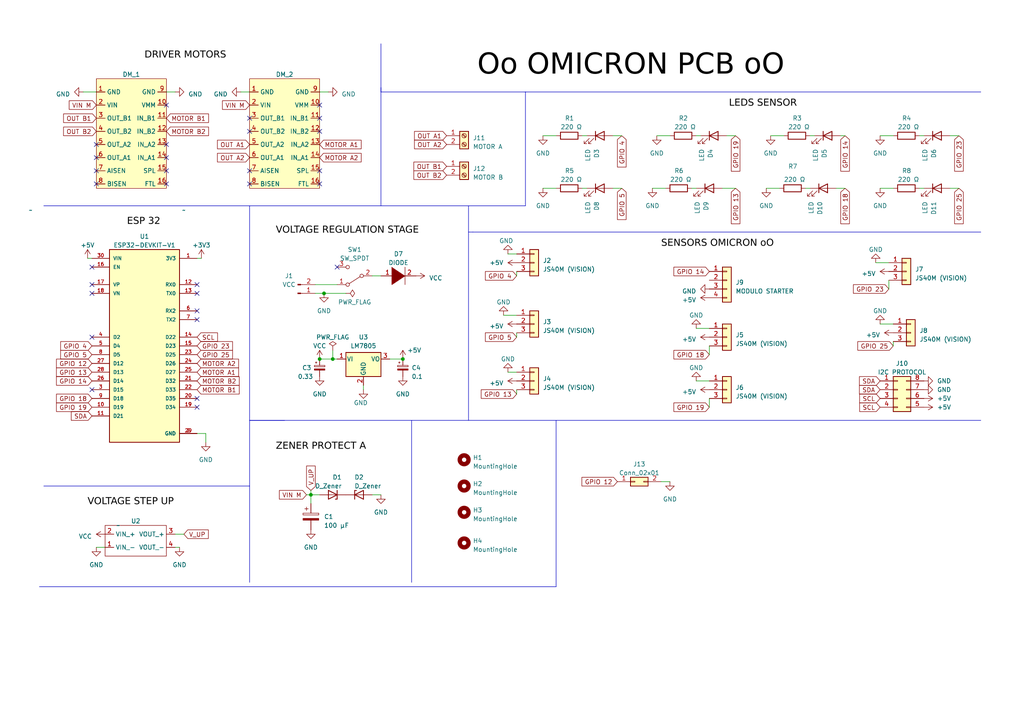
<source format=kicad_sch>
(kicad_sch (version 20230121) (generator eeschema)
  (paper "A4")
  (title_block (title "RAS UNIANDES OMICRON PCB"))
  (lib_symbols
    (symbol "Connector:Conn_01x02_Male" (pin_names (offset 1.016) hide)
      (property "Reference" "J1" (at -2.54 2.54 0))
      (property "Value" "VCC" (at -2.54 0 0))
      (symbol "Conn_01x02_Male_1_1"
        (rectangle (start 0 -2.413) (end 0.8636 -2.667) (stroke (width 0.1524)) (fill (type outline)))
        (polyline (pts (xy 1.27 -2.54) (xy 0.8636 -2.54)) (stroke (width 0.1524)))
        (polyline (pts (xy 1.27 0) (xy 0.8636 0)) (stroke (width 0.1524)))
        (rectangle (start 0.8636 0.127) (end 0 -0.127) (stroke (width 0.1524)) (fill (type outline)))
        (pin passive line (at 5.08 -2.54 180) (length 3.81) (name "Pin_2") (number "1"))
        (pin passive line (at 5.08 0 180) (length 3.81) (name "Pin_1") (number "2"))
      )
    )
    (symbol "Connector:Screw_Terminal_01x02" (pin_names (offset 1.016) hide)
      (property "Reference" "J" (at 0 2.54 0))
      (property "Value" "Screw_Terminal_01x02" (at 0 -5.08 0))
      (symbol "Screw_Terminal_01x02_1_1"
        (rectangle (start -1.27 1.27) (end 1.27 -3.81) (stroke (width 0.254)) (fill (type background)))
        (circle (center 0 -2.54) (radius 0.635) (stroke (width 0.1524)))
        (polyline (pts (xy -0.5334 -2.2098) (xy 0.3302 -3.048)) (stroke (width 0.1524)))
        (polyline (pts (xy -0.5334 0.3302) (xy 0.3302 -0.508)) (stroke (width 0.1524)))
        (polyline (pts (xy -0.3556 -2.032) (xy 0.508 -2.8702)) (stroke (width 0.1524)))
        (polyline (pts (xy -0.3556 0.508) (xy 0.508 -0.3302)) (stroke (width 0.1524)))
        (circle (center 0 0) (radius 0.635) (stroke (width 0.1524)))
        (pin passive line (at -5.08 0 0) (length 3.81) (name "Pin_1") (number "1"))
        (pin passive line (at -5.08 -2.54 0) (length 3.81) (name "Pin_2") (number "2"))
      )
    )
    (symbol "Connector_Generic:Conn_01x03" (pin_names (offset 1.016) hide)
      (property "Reference" "J" (at 0 5.08 0))
      (property "Value" "Conn_01x03" (at 0 -5.08 0))
      (symbol "Conn_01x03_1_1"
        (rectangle (start -1.27 -2.413) (end 0 -2.667) (stroke (width 0.1524)))
        (rectangle (start -1.27 0.127) (end 0 -0.127) (stroke (width 0.1524)))
        (rectangle (start -1.27 2.667) (end 0 2.413) (stroke (width 0.1524)))
        (rectangle (start -1.27 3.81) (end 1.27 -3.81) (stroke (width 0.254)) (fill (type background)))
        (pin passive line (at -5.08 2.54 0) (length 3.81) (name "Pin_1") (number "1"))
        (pin passive line (at -5.08 0 0) (length 3.81) (name "Pin_2") (number "2"))
        (pin passive line (at -5.08 -2.54 0) (length 3.81) (name "Pin_3") (number "3"))
      )
    )
    (symbol "Connector_Generic:Conn_01x04" (pin_names (offset 1.016) hide)
      (property "Reference" "J" (at 0 5.08 0))
      (property "Value" "Conn_01x04" (at 0 -7.62 0))
      (symbol "Conn_01x04_1_1"
        (rectangle (start -1.27 -4.953) (end 0 -5.207) (stroke (width 0.1524)))
        (rectangle (start -1.27 -2.413) (end 0 -2.667) (stroke (width 0.1524)))
        (rectangle (start -1.27 0.127) (end 0 -0.127) (stroke (width 0.1524)))
        (rectangle (start -1.27 2.667) (end 0 2.413) (stroke (width 0.1524)))
        (rectangle (start -1.27 3.81) (end 1.27 -6.35) (stroke (width 0.254)) (fill (type background)))
        (pin passive line (at -5.08 2.54 0) (length 3.81) (name "Pin_1") (number "1"))
        (pin passive line (at -5.08 0 0) (length 3.81) (name "Pin_2") (number "2"))
        (pin passive line (at -5.08 -2.54 0) (length 3.81) (name "Pin_3") (number "3"))
        (pin passive line (at -5.08 -5.08 0) (length 3.81) (name "Pin_4") (number "4"))
      )
    )
    (symbol "Connector_Generic:Conn_02x01" (pin_names (offset 1.016) hide)
      (property "Reference" "J" (at 1.27 2.54 0))
      (property "Value" "Conn_02x01" (at 1.27 -2.54 0))
      (symbol "Conn_02x01_1_1"
        (rectangle (start -1.27 0.127) (end 0 -0.127) (stroke (width 0.1524)))
        (rectangle (start -1.27 1.27) (end 3.81 -1.27) (stroke (width 0.254)) (fill (type background)))
        (rectangle (start 3.81 0.127) (end 2.54 -0.127) (stroke (width 0.1524)))
        (pin passive line (at -5.08 0 0) (length 3.81) (name "Pin_1") (number "1"))
        (pin passive line (at 7.62 0 180) (length 3.81) (name "Pin_2") (number "2"))
      )
    )
    (symbol "Connector_Generic:Conn_02x04_Counter_Clockwise" (pin_names (offset 1.016) hide)
      (property "Reference" "J" (at 1.27 5.08 0))
      (property "Value" "Conn_02x04_Counter_Clockwise" (at 1.27 -7.62 0))
      (symbol "Conn_02x04_Counter_Clockwise_1_1"
        (rectangle (start -1.27 -4.953) (end 0 -5.207) (stroke (width 0.1524)))
        (rectangle (start -1.27 -2.413) (end 0 -2.667) (stroke (width 0.1524)))
        (rectangle (start -1.27 0.127) (end 0 -0.127) (stroke (width 0.1524)))
        (rectangle (start -1.27 2.667) (end 0 2.413) (stroke (width 0.1524)))
        (rectangle (start -1.27 3.81) (end 3.81 -6.35) (stroke (width 0.254)) (fill (type background)))
        (rectangle (start 3.81 -4.953) (end 2.54 -5.207) (stroke (width 0.1524)))
        (rectangle (start 3.81 -2.413) (end 2.54 -2.667) (stroke (width 0.1524)))
        (rectangle (start 3.81 0.127) (end 2.54 -0.127) (stroke (width 0.1524)))
        (rectangle (start 3.81 2.667) (end 2.54 2.413) (stroke (width 0.1524)))
        (pin passive line (at -5.08 2.54 0) (length 3.81) (name "Pin_1") (number "1"))
        (pin passive line (at -5.08 0 0) (length 3.81) (name "Pin_2") (number "2"))
        (pin passive line (at -5.08 -2.54 0) (length 3.81) (name "Pin_3") (number "3"))
        (pin passive line (at -5.08 -5.08 0) (length 3.81) (name "Pin_4") (number "4"))
        (pin passive line (at 7.62 -5.08 180) (length 3.81) (name "Pin_5") (number "5"))
        (pin passive line (at 7.62 -2.54 180) (length 3.81) (name "Pin_6") (number "6"))
        (pin passive line (at 7.62 0 180) (length 3.81) (name "Pin_7") (number "7"))
        (pin passive line (at 7.62 2.54 180) (length 3.81) (name "Pin_8") (number "8"))
      )
    )
    (symbol "DRV 8833:DRV_8833"
      (property "Reference" "DM_2" (at 29.21 39.37 0))
      (property "Value" "~" (at 0 0 0))
      (symbol "DRV_8833_0_1"
        (rectangle (start 19.05 38.1) (end 39.37 6.35) (fill (type background)))
      )
      (symbol "DRV_8833_1_1"
        (pin input line (at 19.05 34.29 0) (length 2.54) (name "GND") (number "1"))
        (pin input line (at 39.37 30.48 180) (length 2.54) (name "VMM") (number "10"))
        (pin input line (at 39.37 26.67 180) (length 2.54) (name "IN_B1") (number "11"))
        (pin input line (at 39.37 22.86 180) (length 2.54) (name "IN_B2") (number "12"))
        (pin input line (at 39.37 19.05 180) (length 2.54) (name "IN_A2") (number "13"))
        (pin input line (at 39.37 15.24 180) (length 2.54) (name "IN_A1") (number "14"))
        (pin input line (at 39.37 11.43 180) (length 2.54) (name "SPL") (number "15"))
        (pin input line (at 39.37 7.62 180) (length 2.54) (name "FTL") (number "16"))
        (pin input line (at 19.05 30.48 0) (length 2.54) (name "VIN") (number "2"))
        (pin input line (at 19.05 26.67 0) (length 2.54) (name "OUT_B1") (number "3"))
        (pin input line (at 19.05 22.86 0) (length 2.54) (name "OUT_B2") (number "4"))
        (pin input line (at 19.05 19.05 0) (length 2.54) (name "OUT_A2") (number "5"))
        (pin input line (at 19.05 15.24 0) (length 2.54) (name "OUT_A1") (number "6"))
        (pin input line (at 19.05 11.43 0) (length 2.54) (name "AISEN") (number "7"))
        (pin input line (at 19.05 7.62 0) (length 2.54) (name "BISEN") (number "8"))
        (pin input line (at 39.37 34.29 180) (length 2.54) (name "GND") (number "9"))
      )
    )
    (symbol "DRV_8833_1"
      (property "Reference" "DM_1" (at 29.21 39.37 0))
      (property "Value" "~" (at 0 0 0))
      (symbol "DRV_8833_1_0_1"
        (rectangle (start 19.05 38.1) (end 39.37 6.35) (fill (type background)))
      )
      (symbol "DRV_8833_1_1_1"
        (pin input line (at 19.05 34.29 0) (length 2.54) (name "GND") (number "1"))
        (pin input line (at 39.37 30.48 180) (length 2.54) (name "VMM") (number "10"))
        (pin input line (at 39.37 26.67 180) (length 2.54) (name "IN_B1") (number "11"))
        (pin input line (at 39.37 22.86 180) (length 2.54) (name "IN_B2") (number "12"))
        (pin input line (at 39.37 19.05 180) (length 2.54) (name "IN_A2") (number "13"))
        (pin input line (at 39.37 15.24 180) (length 2.54) (name "IN_A1") (number "14"))
        (pin input line (at 39.37 11.43 180) (length 2.54) (name "SPL") (number "15"))
        (pin input line (at 39.37 7.62 180) (length 2.54) (name "FTL") (number "16"))
        (pin input line (at 19.05 30.48 0) (length 2.54) (name "VIN") (number "2"))
        (pin input line (at 19.05 26.67 0) (length 2.54) (name "OUT_B1") (number "3"))
        (pin input line (at 19.05 22.86 0) (length 2.54) (name "OUT_B2") (number "4"))
        (pin input line (at 19.05 19.05 0) (length 2.54) (name "OUT_A2") (number "5"))
        (pin input line (at 19.05 15.24 0) (length 2.54) (name "OUT_A1") (number "6"))
        (pin input line (at 19.05 11.43 0) (length 2.54) (name "AISEN") (number "7"))
        (pin input line (at 19.05 7.62 0) (length 2.54) (name "BISEN") (number "8"))
        (pin input line (at 39.37 34.29 180) (length 2.54) (name "GND") (number "9"))
      )
    )
    (symbol "Device:C_Polarized" (pin_numbers hide) (pin_names (offset 0.254))
      (property "Reference" "C" (at 0.635 2.54 0))
      (property "Value" "C_Polarized" (at 0.635 -2.54 0))
      (symbol "C_Polarized_0_1"
        (rectangle (start -2.286 0.508) (end 2.286 1.016))
        (polyline (pts (xy -1.778 2.286) (xy -0.762 2.286)))
        (polyline (pts (xy -1.27 2.794) (xy -1.27 1.778)))
        (rectangle (start 2.286 -0.508) (end -2.286 -1.016) (fill (type outline)))
      )
      (symbol "C_Polarized_1_1"
        (pin passive line (at 0 3.81 270) (length 2.794) (name "~") (number "1"))
        (pin passive line (at 0 -3.81 90) (length 2.794) (name "~") (number "2"))
      )
    )
    (symbol "Device:C_Polarized_Small" (pin_numbers hide) (pin_names (offset 0.254) hide)
      (property "Reference" "C" (at 0.254 1.778 0))
      (property "Value" "C_Polarized_Small" (at 0.254 -2.032 0))
      (symbol "C_Polarized_Small_0_1"
        (rectangle (start -1.524 -0.3048) (end 1.524 -0.6858) (fill (type outline)))
        (rectangle (start -1.524 0.6858) (end 1.524 0.3048))
        (polyline (pts (xy -1.27 1.524) (xy -0.762 1.524)))
        (polyline (pts (xy -1.016 1.27) (xy -1.016 1.778)))
      )
      (symbol "C_Polarized_Small_1_1"
        (pin passive line (at 0 2.54 270) (length 1.8542) (name "~") (number "1"))
        (pin passive line (at 0 -2.54 90) (length 1.8542) (name "~") (number "2"))
      )
    )
    (symbol "Device:D_Zener" (pin_numbers hide) (pin_names (offset 1.016) hide)
      (property "Reference" "D" (at 0 2.54 0))
      (property "Value" "D_Zener" (at 0 -2.54 0))
      (symbol "D_Zener_0_1"
        (polyline (pts (xy 1.27 0) (xy -1.27 0)))
        (polyline (pts (xy -1.27 -1.27) (xy -1.27 1.27) (xy -0.762 1.27)) (stroke (width 0.254)))
        (polyline (pts (xy 1.27 -1.27) (xy 1.27 1.27) (xy -1.27 0) (xy 1.27 -1.27)) (stroke (width 0.254)))
      )
      (symbol "D_Zener_1_1"
        (pin passive line (at -3.81 0 0) (length 2.54) (name "K") (number "1"))
        (pin passive line (at 3.81 0 180) (length 2.54) (name "A") (number "2"))
      )
    )
    (symbol "Device:LED" (pin_numbers hide) (pin_names (offset 1.016) hide)
      (property "Reference" "D" (at 0 2.54 0))
      (property "Value" "LED" (at 0 -2.54 0))
      (symbol "LED_0_1"
        (polyline (pts (xy -1.27 -1.27) (xy -1.27 1.27)) (stroke (width 0.254)))
        (polyline (pts (xy -1.27 0) (xy 1.27 0)))
        (polyline (pts (xy 1.27 -1.27) (xy 1.27 1.27) (xy -1.27 0) (xy 1.27 -1.27)) (stroke (width 0.254)))
        (polyline (pts (xy -3.048 -0.762) (xy -4.572 -2.286) (xy -3.81 -2.286) (xy -4.572 -2.286) (xy -4.572 -1.524)))
        (polyline (pts (xy -1.778 -0.762) (xy -3.302 -2.286) (xy -2.54 -2.286) (xy -3.302 -2.286) (xy -3.302 -1.524)))
      )
      (symbol "LED_1_1"
        (pin passive line (at -3.81 0 0) (length 2.54) (name "K") (number "1"))
        (pin passive line (at 3.81 0 180) (length 2.54) (name "A") (number "2"))
      )
    )
    (symbol "Device:R" (pin_numbers hide) (pin_names (offset 0))
      (property "Reference" "R" (at 2.032 0 90))
      (property "Value" "R" (at 0 0 90))
      (symbol "R_0_1"
        (rectangle (start -1.016 -2.54) (end 1.016 2.54) (stroke (width 0.254)))
      )
      (symbol "R_1_1"
        (pin passive line (at 0 3.81 270) (length 1.27) (name "~") (number "1"))
        (pin passive line (at 0 -3.81 90) (length 1.27) (name "~") (number "2"))
      )
    )
    (symbol "ESP32-DEVKIT-V1:ESP32-DEVKIT-V1" (pin_names (offset 1.016))
      (property "Reference" "U" (at -10.16 30.48 0))
      (property "Value" "ESP32-DEVKIT-V1" (at -10.16 -30.48 0))
      (symbol "ESP32-DEVKIT-V1_0_0"
        (rectangle (start -10.16 -27.94) (end 10.16 27.94) (stroke (width 0.254)) (fill (type background)))
        (pin output line (at 15.24 25.4 180) (length 5.08) (name "3V3") (number "1"))
        (pin bidirectional line (at -15.24 -17.78 0) (length 5.08) (name "D19") (number "10"))
        (pin bidirectional line (at -15.24 -20.32 0) (length 5.08) (name "D21") (number "11"))
        (pin input line (at 15.24 17.78 180) (length 5.08) (name "RX0") (number "12"))
        (pin output line (at 15.24 15.24 180) (length 5.08) (name "TX0") (number "13"))
        (pin bidirectional line (at 15.24 2.54 180) (length 5.08) (name "D22") (number "14"))
        (pin bidirectional line (at 15.24 0 180) (length 5.08) (name "D23") (number "15"))
        (pin input line (at -15.24 22.86 0) (length 5.08) (name "EN") (number "16"))
        (pin bidirectional line (at -15.24 17.78 0) (length 5.08) (name "VP") (number "17"))
        (pin bidirectional line (at -15.24 15.24 0) (length 5.08) (name "VN") (number "18"))
        (pin bidirectional line (at 15.24 -17.78 180) (length 5.08) (name "D34") (number "19"))
        (pin power_in line (at 15.24 -25.4 180) (length 5.08) (name "GND") (number "2"))
        (pin bidirectional line (at 15.24 -15.24 180) (length 5.08) (name "D35") (number "20"))
        (pin bidirectional line (at 15.24 -10.16 180) (length 5.08) (name "D32") (number "21"))
        (pin bidirectional line (at 15.24 -12.7 180) (length 5.08) (name "D33") (number "22"))
        (pin bidirectional line (at 15.24 -2.54 180) (length 5.08) (name "D25") (number "23"))
        (pin bidirectional line (at 15.24 -5.08 180) (length 5.08) (name "D26") (number "24"))
        (pin bidirectional line (at 15.24 -7.62 180) (length 5.08) (name "D27") (number "25"))
        (pin bidirectional line (at -15.24 -10.16 0) (length 5.08) (name "D14") (number "26"))
        (pin bidirectional line (at -15.24 -5.08 0) (length 5.08) (name "D12") (number "27"))
        (pin bidirectional line (at -15.24 -7.62 0) (length 5.08) (name "D13") (number "28"))
        (pin power_in line (at 15.24 -25.4 180) (length 5.08) (name "GND") (number "29"))
        (pin bidirectional line (at -15.24 -12.7 0) (length 5.08) (name "D15") (number "3"))
        (pin input line (at -15.24 25.4 0) (length 5.08) (name "VIN") (number "30"))
        (pin bidirectional line (at -15.24 2.54 0) (length 5.08) (name "D2") (number "4"))
        (pin bidirectional line (at -15.24 0 0) (length 5.08) (name "D4") (number "5"))
        (pin input line (at 15.24 10.16 180) (length 5.08) (name "RX2") (number "6"))
        (pin output line (at 15.24 7.62 180) (length 5.08) (name "TX2") (number "7"))
        (pin bidirectional line (at -15.24 -2.54 0) (length 5.08) (name "D5") (number "8"))
        (pin bidirectional line (at -15.24 -15.24 0) (length 5.08) (name "D18") (number "9"))
      )
    )
    (symbol "MT 3806 STEP UP:MT_3608"
      (property "Reference" "U" (at 15.24 -2.54 0))
      (symbol "MT_3608_0_1"
        (rectangle (start 6.35 -3.81) (end 24.13 -12.7))
      )
      (symbol "MT_3608_1_1"
        (pin input line (at 6.35 -10.16 0) (length 2.54) (name "VIN_-") (number "1"))
        (pin input line (at 6.35 -6.35 0) (length 2.54) (name "VIN_+") (number "2"))
        (pin input line (at 26.67 -6.35 180) (length 2.54) (name "VOUT_+") (number "3"))
        (pin input line (at 26.67 -10.16 180) (length 2.54) (name "VOUT_-") (number "4"))
      )
    )
    (symbol "Mechanical:MountingHole" (pin_names (offset 1.016))
      (property "Reference" "H" (at 0 5.08 0))
      (property "Value" "MountingHole" (at 0 3.175 0))
      (symbol "MountingHole_0_1"
        (circle (center 0 0) (radius 1.27) (stroke (width 1.27)))
      )
    )
    (symbol "Regulator_Linear:LM7805_TO220" (pin_names (offset 0.254))
      (property "Reference" "U" (at -3.81 3.175 0))
      (property "Value" "LM7805_TO220" (at 0 3.175 0))
      (symbol "LM7805_TO220_0_1"
        (rectangle (start -5.08 1.905) (end 5.08 -5.08) (stroke (width 0.254)) (fill (type background)))
      )
      (symbol "LM7805_TO220_1_1"
        (pin power_in line (at -7.62 0 0) (length 2.54) (name "VI") (number "1"))
        (pin power_in line (at 0 -7.62 90) (length 2.54) (name "GND") (number "2"))
        (pin power_out line (at 7.62 0 180) (length 2.54) (name "VO") (number "3"))
      )
    )
    (symbol "Switch:SW_SPDT" (pin_names (offset 0) hide)
      (property "Reference" "SW" (at 0 4.318 0))
      (property "Value" "SW_SPDT" (at 0 -5.08 0))
      (symbol "SW_SPDT_0_0"
        (circle (center -2.032 0) (radius 0.508))
        (circle (center 2.032 -2.54) (radius 0.508))
      )
      (symbol "SW_SPDT_0_1"
        (polyline (pts (xy -1.524 0.254) (xy 1.651 2.286)))
        (circle (center 2.032 2.54) (radius 0.508))
      )
      (symbol "SW_SPDT_1_1"
        (pin passive line (at 5.08 2.54 180) (length 2.54) (name "A") (number "1"))
        (pin passive line (at -5.08 0 0) (length 2.54) (name "B") (number "2"))
        (pin passive line (at 5.08 -2.54 180) (length 2.54) (name "C") (number "3"))
      )
    )
    (symbol "power:+3.3V" (power) (pin_names (offset 0))
      (property "Value" "+3.3V" (at 0 3.556 0))
      (symbol "+3.3V_0_1"
        (polyline (pts (xy -0.762 1.27) (xy 0 2.54)))
        (polyline (pts (xy 0 0) (xy 0 2.54)))
        (polyline (pts (xy 0 2.54) (xy 0.762 1.27)))
      )
      (symbol "+3.3V_1_1"
        (pin power_in line (at 0 0 90) (length 0) hide (name "+3V3") (number "1"))
      )
    )
    (symbol "power:+5V" (power) (pin_names (offset 0))
      (property "Value" "+5V" (at 0 3.556 0))
      (symbol "+5V_0_1"
        (polyline (pts (xy -0.762 1.27) (xy 0 2.54)))
        (polyline (pts (xy 0 0) (xy 0 2.54)))
        (polyline (pts (xy 0 2.54) (xy 0.762 1.27)))
      )
      (symbol "+5V_1_1"
        (pin power_in line (at 0 0 90) (length 0) hide (name "+5V") (number "1"))
      )
    )
    (symbol "power:GND" (power) (pin_names (offset 0))
      (property "Value" "GND" (at 0 -3.81 0))
      (symbol "GND_0_1"
        (polyline (pts (xy 0 0) (xy 0 -1.27) (xy 1.27 -1.27) (xy 0 -2.54) (xy -1.27 -1.27) (xy 0 -1.27)))
      )
      (symbol "GND_1_1"
        (pin power_in line (at 0 0 270) (length 0) hide (name "GND") (number "1"))
      )
    )
    (symbol "power:PWR_FLAG" (power) (pin_numbers hide) (pin_names (offset 0) hide)
      (property "Value" "PWR_FLAG" (at 0 3.81 0))
      (symbol "PWR_FLAG_0_0"
        (pin power_out line (at 0 0 90) (length 0) (name "pwr") (number "1"))
      )
      (symbol "PWR_FLAG_0_1"
        (polyline (pts (xy 0 0) (xy 0 1.27) (xy -1.016 1.905) (xy 0 2.54) (xy 1.016 1.905) (xy 0 1.27)))
      )
    )
    (symbol "power:VCC" (power) (pin_names (offset 0))
      (property "Value" "VCC" (at 0 3.81 0))
      (symbol "VCC_0_1"
        (polyline (pts (xy -0.762 1.27) (xy 0 2.54)))
        (polyline (pts (xy 0 0) (xy 0 2.54)))
        (polyline (pts (xy 0 2.54) (xy 0.762 1.27)))
      )
      (symbol "VCC_1_1"
        (pin power_in line (at 0 0 90) (length 0) hide (name "VCC") (number "1"))
      )
    )
    (symbol "pspice:DIODE" (pin_names (offset 1.016) hide)
      (property "Reference" "D" (at 0 3.81 0))
      (property "Value" "DIODE" (at 0 -4.445 0))
      (symbol "DIODE_0_1"
        (polyline (pts (xy 1.905 2.54) (xy 1.905 -2.54)))
        (polyline (pts (xy -1.905 2.54) (xy -1.905 -2.54) (xy 1.905 0)) (fill (type outline)))
      )
      (symbol "DIODE_1_1"
        (pin input line (at -5.08 0 0) (length 3.81) (name "K") (number "1"))
        (pin input line (at 5.08 0 180) (length 3.81) (name "A") (number "2"))
      )
    )
  )
  (junction (at 92.71 104.14))
  (junction (at 116.84 104.14))
  (junction (at 96.52 104.14))
  (junction (at 90.17 143.51))
  (junction (at 93.98 85.09))
  (no_connect (at 72.39 53.34))
  (no_connect (at 72.39 49.53))
  (no_connect (at 27.94 53.34))
  (no_connect (at 26.67 77.47))
  (no_connect (at 26.67 85.09))
  (no_connect (at 27.94 49.53))
  (no_connect (at 48.26 30.48))
  (no_connect (at 92.71 30.48))
  (no_connect (at 27.94 41.91))
  (no_connect (at 48.26 45.72))
  (no_connect (at 57.15 90.17))
  (no_connect (at 48.26 41.91))
  (no_connect (at 57.15 85.09))
  (no_connect (at 57.15 92.71))
  (no_connect (at 92.71 53.34))
  (no_connect (at 57.15 115.57))
  (no_connect (at 26.67 113.03))
  (no_connect (at 72.39 38.1))
  (no_connect (at 97.79 77.47))
  (no_connect (at 57.15 82.55))
  (no_connect (at 92.71 38.1))
  (no_connect (at 48.26 49.53))
  (no_connect (at 72.39 34.29))
  (no_connect (at 57.15 118.11))
  (no_connect (at 26.67 97.79))
  (no_connect (at 26.67 82.55))
  (no_connect (at 92.71 34.29))
  (no_connect (at 48.26 53.34))
  (no_connect (at 92.71 49.53))
  (no_connect (at 27.94 45.72))
  (polyline (pts (xy 72.39 140.97) (xy 12.7 140.97)))
  (wire (pts (xy 255.27 39.37) (xy 259.08 39.37)))
  (polyline (pts (xy 72.39 59.69) (xy 110.49 59.69)))
  (wire (pts (xy 59.69 125.73) (xy 59.69 128.27)))
  (wire (pts (xy 201.93 110.49) (xy 205.74 110.49)))
  (wire (pts (xy 147.32 107.95) (xy 149.86 107.95)))
  (wire (pts (xy 149.86 80.01) (xy 149.86 78.74)))
  (wire (pts (xy 50.8 26.67) (xy 48.26 26.67)))
  (wire (pts (xy 116.84 104.14) (xy 113.03 104.14)))
  (wire (pts (xy 90.17 146.05) (xy 90.17 143.51)))
  (wire (pts (xy 194.31 139.7) (xy 191.77 139.7)))
  (wire (pts (xy 189.23 54.61) (xy 193.04 54.61)))
  (wire (pts (xy 24.13 26.67) (xy 27.94 26.67)))
  (wire (pts (xy 149.86 114.3) (xy 149.86 113.03)))
  (wire (pts (xy 180.34 39.37) (xy 177.8 39.37)))
  (wire (pts (xy 91.44 82.55) (xy 97.79 82.55)))
  (wire (pts (xy 58.42 74.93) (xy 57.15 74.93)))
  (polyline (pts (xy 135.89 121.92) (xy 135.89 59.69)))
  (wire (pts (xy 100.33 85.09) (xy 93.98 85.09)))
  (wire (pts (xy 25.4 74.93) (xy 26.67 74.93)))
  (wire (pts (xy 170.18 54.61) (xy 168.91 54.61)))
  (polyline (pts (xy 161.29 170.18) (xy 161.29 121.92)))
  (wire (pts (xy 257.81 83.82) (xy 257.81 81.28)))
  (wire (pts (xy 157.48 54.61) (xy 161.29 54.61)))
  (wire (pts (xy 255.27 93.98) (xy 259.08 93.98)))
  (polyline (pts (xy 152.4 26.67) (xy 284.48 26.67)))
  (wire (pts (xy 236.22 39.37) (xy 234.95 39.37)))
  (wire (pts (xy 52.07 158.75) (xy 50.8 158.75)))
  (wire (pts (xy 110.49 80.01) (xy 107.95 80.01)))
  (wire (pts (xy 203.2 39.37) (xy 201.93 39.37)))
  (polyline (pts (xy 135.89 67.31) (xy 137.16 67.31)))
  (wire (pts (xy 255.27 54.61) (xy 259.08 54.61)))
  (wire (pts (xy 223.52 39.37) (xy 227.33 39.37)))
  (polyline (pts (xy 137.16 67.31) (xy 284.48 67.31)))
  (wire (pts (xy 92.71 104.14) (xy 96.52 104.14)))
  (wire (pts (xy 157.48 39.37) (xy 161.29 39.37)))
  (wire (pts (xy 96.52 104.14) (xy 97.79 104.14)))
  (wire (pts (xy 180.34 54.61) (xy 177.8 54.61)))
  (wire (pts (xy 278.13 54.61) (xy 275.59 54.61)))
  (wire (pts (xy 205.74 118.11) (xy 205.74 115.57)))
  (wire (pts (xy 93.98 85.09) (xy 91.44 85.09)))
  (wire (pts (xy 90.17 142.24) (xy 90.17 143.51)))
  (wire (pts (xy 267.97 39.37) (xy 266.7 39.37)))
  (wire (pts (xy 96.52 101.6) (xy 96.52 104.14)))
  (wire (pts (xy 50.8 154.94) (xy 53.34 154.94)))
  (wire (pts (xy 205.74 102.87) (xy 205.74 100.33)))
  (wire (pts (xy 69.85 26.67) (xy 72.39 26.67)))
  (wire (pts (xy 234.95 54.61) (xy 233.68 54.61)))
  (wire (pts (xy 259.08 100.33) (xy 259.08 99.06)))
  (wire (pts (xy 201.93 54.61) (xy 200.66 54.61)))
  (wire (pts (xy 213.36 39.37) (xy 210.82 39.37)))
  (wire (pts (xy 213.36 54.61) (xy 209.55 54.61)))
  (wire (pts (xy 149.86 97.79) (xy 149.86 96.52)))
  (wire (pts (xy 245.11 39.37) (xy 243.84 39.37)))
  (polyline (pts (xy 110.49 26.67) (xy 110.49 25.4)))
  (polyline (pts (xy 12.7 59.69) (xy 72.39 59.69)))
  (wire (pts (xy 170.18 39.37) (xy 168.91 39.37)))
  (polyline (pts (xy 152.4 26.67) (xy 110.49 26.67)))
  (polyline (pts (xy 11.43 170.18) (xy 161.29 170.18)))
  (wire (pts (xy 222.25 54.61) (xy 226.06 54.61)))
  (wire (pts (xy 254 76.2) (xy 257.81 76.2)))
  (wire (pts (xy 267.97 54.61) (xy 266.7 54.61)))
  (wire (pts (xy 59.69 125.73) (xy 57.15 125.73)))
  (wire (pts (xy 190.5 39.37) (xy 194.31 39.37)))
  (polyline (pts (xy 152.4 59.69) (xy 152.4 26.67)))
  (wire (pts (xy 95.25 26.67) (xy 92.71 26.67)))
  (polyline (pts (xy 72.39 121.92) (xy 135.89 121.92)))
  (wire (pts (xy 88.9 143.51) (xy 90.17 143.51)))
  (wire (pts (xy 105.41 111.76) (xy 105.41 113.03)))
  (wire (pts (xy 146.05 91.44) (xy 149.86 91.44)))
  (polyline (pts (xy 135.89 121.92) (xy 284.48 121.92)))
  (polyline (pts (xy 72.39 140.97) (xy 72.39 168.91)))
  (polyline (pts (xy 72.39 59.69) (xy 72.39 140.97)))
  (polyline (pts (xy 110.49 59.69) (xy 152.4 59.69)))
  (wire (pts (xy 245.11 54.61) (xy 242.57 54.61)))
  (wire (pts (xy 147.32 73.66) (xy 149.86 73.66)))
  (polyline (pts (xy 110.49 12.7) (xy 110.49 59.69)))
  (wire (pts (xy 107.95 143.51) (xy 110.49 143.51)))
  (wire (pts (xy 90.17 143.51) (xy 92.71 143.51)))
  (wire (pts (xy 27.94 158.75) (xy 30.48 158.75)))
  (polyline (pts (xy 72.39 121.92) (xy 82.55 121.92)))
  (wire (pts (xy 278.13 39.37) (xy 275.59 39.37)))
  (polyline (pts (xy 119.38 121.92) (xy 119.38 168.91)))
  (wire (pts (xy 201.93 95.25) (xy 205.74 95.25)))
  (text "DRIVER MOTORS\n" (at 41.91 17.78 0) (effects (font (size 2 2)) (justify left bottom)))
  (text "ZENER PROTECT A\n\n" (at 80.01 134.62 0) (effects (font (size 2 2)) (justify left bottom)))
  (text "VOLTAGE REGULATION STAGE" (at 80.01 68.58 0) (effects (font (size 2 2)) (justify left bottom)))
  (text "LEDS SENSOR\n" (at 231.14 31.75 0) (effects (font (size 2 2)) (justify right bottom)))
  (text "SENSORS OMICRON oO" (at 191.77 72.39 0) (effects (font (size 2 2)) (justify left bottom)))
  (text "VOLTAGE STEP UP " (at 25.4 147.32 0) (effects (font (size 2 2)) (justify left bottom)))
  (text "ESP 32" (at 36.83 66.04 0) (effects (font (size 2 2)) (justify left bottom)))
  (text "Oo OMICRON PCB oO" (at 138.43 24.13 0) (effects (font (size 6 6)) (justify left bottom)))
  (global_label "GPIO 4" (shape input) (at 149.86 80.01 180) (property "Intersheetrefs" "${INTERSHEET_REFS}" (effects hide)))
  (global_label "OUT A2" (shape input) (at 129.54 41.91 180) (property "Intersheetrefs" "${INTERSHEET_REFS}" (effects hide)))
  (global_label "MOTOR B1" (shape input) (at 57.15 113.03 0) (property "Intersheetrefs" "${INTERSHEET_REFS}" (effects hide)))
  (global_label "GPIO 5" (shape input) (at 180.34 54.61 270) (property "Intersheetrefs" "${INTERSHEET_REFS}" (effects hide)))
  (global_label "GPIO 14" (shape input) (at 245.11 39.37 270) (property "Intersheetrefs" "${INTERSHEET_REFS}" (effects hide)))
  (global_label "SDA" (shape input) (at 255.27 110.49 180) (property "Intersheetrefs" "${INTERSHEET_REFS}" (effects hide)))
  (global_label "GPIO 23" (shape input) (at 278.13 39.37 270) (property "Intersheetrefs" "${INTERSHEET_REFS}" (effects hide)))
  (global_label "OUT A1" (shape input) (at 72.39 41.91 180) (property "Intersheetrefs" "${INTERSHEET_REFS}" (effects hide)))
  (global_label "GPIO 18" (shape input) (at 245.11 54.61 270) (property "Intersheetrefs" "${INTERSHEET_REFS}" (effects hide)))
  (global_label "GPIO 25" (shape input) (at 278.13 54.61 270) (property "Intersheetrefs" "${INTERSHEET_REFS}" (effects hide)))
  (global_label "GPIO 23" (shape input) (at 257.81 83.82 180) (property "Intersheetrefs" "${INTERSHEET_REFS}" (effects hide)))
  (global_label "GPIO 19" (shape input) (at 205.74 118.11 180) (property "Intersheetrefs" "${INTERSHEET_REFS}" (effects hide)))
  (global_label "GPIO 13" (shape input) (at 213.36 54.61 270) (property "Intersheetrefs" "${INTERSHEET_REFS}" (effects hide)))
  (global_label "GPIO 12" (shape input) (at 26.67 105.41 180) (property "Intersheetrefs" "${INTERSHEET_REFS}" (effects hide)))
  (global_label "MOTOR B1" (shape input) (at 48.26 34.29 0) (property "Intersheetrefs" "${INTERSHEET_REFS}" (effects hide)))
  (global_label "GPIO 19" (shape input) (at 213.36 39.37 270) (property "Intersheetrefs" "${INTERSHEET_REFS}" (effects hide)))
  (global_label "MOTOR A1" (shape input) (at 92.71 41.91 0) (property "Intersheetrefs" "${INTERSHEET_REFS}" (effects hide)))
  (global_label "SCL" (shape input) (at 57.15 97.79 0) (property "Intersheetrefs" "${INTERSHEET_REFS}" (effects hide)))
  (global_label "SCL" (shape input) (at 255.27 118.11 180) (property "Intersheetrefs" "${INTERSHEET_REFS}" (effects hide)))
  (global_label "GPIO 14" (shape input) (at 205.74 78.74 180) (property "Intersheetrefs" "${INTERSHEET_REFS}" (effects hide)))
  (global_label "GPIO 25" (shape input) (at 259.08 100.33 180) (property "Intersheetrefs" "${INTERSHEET_REFS}" (effects hide)))
  (global_label "MOTOR B2" (shape input) (at 48.26 38.1 0) (property "Intersheetrefs" "${INTERSHEET_REFS}" (effects hide)))
  (global_label "V_UP" (shape input) (at 90.17 142.24 90) (property "Intersheetrefs" "${INTERSHEET_REFS}" (effects hide)))
  (global_label "OUT A1" (shape input) (at 129.54 39.37 180) (property "Intersheetrefs" "${INTERSHEET_REFS}" (effects hide)))
  (global_label "VIN M" (shape input) (at 72.39 30.48 180) (property "Intersheetrefs" "${INTERSHEET_REFS}" (effects hide)))
  (global_label "GPIO 14" (shape input) (at 26.67 110.49 180) (property "Intersheetrefs" "${INTERSHEET_REFS}" (effects hide)))
  (global_label "GPIO 13" (shape input) (at 26.67 107.95 180) (property "Intersheetrefs" "${INTERSHEET_REFS}" (effects hide)))
  (global_label "VIN M" (shape input) (at 88.9 143.51 180) (property "Intersheetrefs" "${INTERSHEET_REFS}" (effects hide)))
  (global_label "GPIO 4" (shape input) (at 26.67 100.33 180) (property "Intersheetrefs" "${INTERSHEET_REFS}" (effects hide)))
  (global_label "GPIO 18" (shape input) (at 26.67 115.57 180) (property "Intersheetrefs" "${INTERSHEET_REFS}" (effects hide)))
  (global_label "OUT B2" (shape input) (at 27.94 38.1 180) (property "Intersheetrefs" "${INTERSHEET_REFS}" (effects hide)))
  (global_label "VIN M" (shape input) (at 27.94 30.48 180) (property "Intersheetrefs" "${INTERSHEET_REFS}" (effects hide)))
  (global_label "GPIO 23" (shape input) (at 57.15 100.33 0) (property "Intersheetrefs" "${INTERSHEET_REFS}" (effects hide)))
  (global_label "SCL" (shape input) (at 255.27 115.57 180) (property "Intersheetrefs" "${INTERSHEET_REFS}" (effects hide)))
  (global_label "GPIO 13" (shape input) (at 149.86 114.3 180) (property "Intersheetrefs" "${INTERSHEET_REFS}" (effects hide)))
  (global_label "OUT A2" (shape input) (at 72.39 45.72 180) (property "Intersheetrefs" "${INTERSHEET_REFS}" (effects hide)))
  (global_label "SDA" (shape input) (at 255.27 113.03 180) (property "Intersheetrefs" "${INTERSHEET_REFS}" (effects hide)))
  (global_label "GPIO 5" (shape input) (at 26.67 102.87 180) (property "Intersheetrefs" "${INTERSHEET_REFS}" (effects hide)))
  (global_label "GPIO 19" (shape input) (at 26.67 118.11 180) (property "Intersheetrefs" "${INTERSHEET_REFS}" (effects hide)))
  (global_label "GPIO 25" (shape input) (at 57.15 102.87 0) (property "Intersheetrefs" "${INTERSHEET_REFS}" (effects hide)))
  (global_label "GPIO 18" (shape input) (at 205.74 102.87 180) (property "Intersheetrefs" "${INTERSHEET_REFS}" (effects hide)))
  (global_label "MOTOR A1" (shape input) (at 57.15 107.95 0) (property "Intersheetrefs" "${INTERSHEET_REFS}" (effects hide)))
  (global_label "GPIO 12" (shape input) (at 179.07 139.7 180) (property "Intersheetrefs" "${INTERSHEET_REFS}" (effects hide)))
  (global_label "MOTOR A2" (shape input) (at 92.71 45.72 0) (property "Intersheetrefs" "${INTERSHEET_REFS}" (effects hide)))
  (global_label "OUT B1" (shape input) (at 27.94 34.29 180) (property "Intersheetrefs" "${INTERSHEET_REFS}" (effects hide)))
  (global_label "GPIO 5" (shape input) (at 149.86 97.79 180) (property "Intersheetrefs" "${INTERSHEET_REFS}" (effects hide)))
  (global_label "MOTOR A2" (shape input) (at 57.15 105.41 0) (property "Intersheetrefs" "${INTERSHEET_REFS}" (effects hide)))
  (global_label "MOTOR B2" (shape input) (at 57.15 110.49 0) (property "Intersheetrefs" "${INTERSHEET_REFS}" (effects hide)))
  (global_label "SDA" (shape input) (at 26.67 120.65 180) (property "Intersheetrefs" "${INTERSHEET_REFS}" (effects hide)))
  (global_label "OUT B1" (shape input) (at 129.54 48.26 180) (property "Intersheetrefs" "${INTERSHEET_REFS}" (effects hide)))
  (global_label "GPIO 4" (shape input) (at 180.34 39.37 270) (property "Intersheetrefs" "${INTERSHEET_REFS}" (effects hide)))
  (global_label "V_UP" (shape input) (at 53.34 154.94 0) (property "Intersheetrefs" "${INTERSHEET_REFS}" (effects hide)))
  (global_label "OUT B2" (shape input) (at 129.54 50.8 180) (property "Intersheetrefs" "${INTERSHEET_REFS}" (effects hide)))
  (symbol (lib_id "power:GND") (at 146.05 91.44 180) (unit 1)
    (property "Reference" "#PWR027" (effects hide))
    (property "Value" "GND" (at 146.05 87.63 0))
  )
  (symbol (lib_id "power:GND") (at 205.74 83.82 270) (unit 1)
    (property "Reference" "#PWR026" (effects hide))
    (property "Value" "GND" (at 201.93 84.455 90) (effects (justify right)))
  )
  (symbol (lib_id "Device:R") (at 165.1 54.61 270) (unit 1)
    (property "Reference" "R5" (at 163.83 49.53 90) (effects (justify left)))
    (property "Value" "220 Ω" (at 162.56 52.07 90) (effects (justify left)))
    (property "Footprint" "Resistor_SMD:R_1206_3216Metric" (effects hide))
  )
  (symbol (lib_id "power:GND") (at 194.31 139.7 0) (unit 1)
    (property "Reference" "#PWR044" (effects hide))
    (property "Value" "GND" (at 194.31 144.78 0))
  )
  (symbol (lib_id "power:GND") (at 255.27 39.37 0) (unit 1)
    (property "Reference" "#PWR05" (effects hide))
    (property "Value" "GND" (at 255.27 44.45 0))
  )
  (symbol (lib_id "Connector_Generic:Conn_01x03") (at 262.89 78.74 0) (unit 1)
    (property "Reference" "J7" (at 265.43 78.105 0) (effects (justify left)))
    (property "Value" "JS40M (VISION)" (at 265.43 80.645 0) (effects (justify left)))
    (property "Footprint" "Connector_PinHeader_2.54mm:PinHeader_1x03_P2.54mm_Vertical" (effects hide))
  )
  (symbol (lib_id "Connector_Generic:Conn_01x03") (at 210.82 97.79 0) (unit 1)
    (property "Reference" "J5" (at 213.36 97.155 0) (effects (justify left)))
    (property "Value" "JS40M (VISION)" (at 213.36 99.695 0) (effects (justify left)))
    (property "Footprint" "Connector_PinHeader_2.54mm:PinHeader_1x03_P2.54mm_Vertical" (effects hide))
  )
  (symbol (lib_id "Device:R") (at 198.12 39.37 270) (unit 1)
    (property "Reference" "R2" (at 196.85 34.29 90) (effects (justify left)))
    (property "Value" "220 Ω" (at 195.58 36.83 90) (effects (justify left)))
    (property "Footprint" "Resistor_SMD:R_1206_3216Metric" (effects hide))
  )
  (symbol (lib_id "power:GND") (at 255.27 54.61 0) (unit 1)
    (property "Reference" "#PWR018" (effects hide))
    (property "Value" "GND" (at 255.27 59.69 0))
  )
  (symbol (lib_id "power:VCC") (at 30.48 154.94 90) (unit 1)
    (property "Reference" "#PWR046" (effects hide))
    (property "Value" "VCC" (at 26.67 155.575 90) (effects (justify left)))
  )
  (symbol (lib_id "power:VCC") (at 92.71 104.14 0) (unit 1)
    (property "Reference" "#PWR049" (effects hide))
    (property "Value" "VCC" (at 92.71 100.33 0))
  )
  (symbol (lib_id "Connector_Generic:Conn_02x04_Counter_Clockwise") (at 260.35 113.03 0) (unit 1)
    (property "Reference" "J10" (at 261.62 105.41 0))
    (property "Value" "I2C PROTOCOL" (at 261.62 107.95 0))
    (property "Footprint" "Connector_PinHeader_2.54mm:PinHeader_2x04_P2.54mm_Vertical" (effects hide))
  )
  (symbol (lib_id "power:GND") (at 105.41 113.03 0) (unit 1)
    (property "Reference" "#PWR059" (effects hide))
    (property "Value" "GND" (at 106.68 116.84 0) (effects (justify right)))
  )
  (symbol (lib_id "power:GND") (at 254 76.2 180) (unit 1)
    (property "Reference" "#PWR023" (effects hide))
    (property "Value" "GND" (at 254 72.39 0))
  )
  (symbol (lib_id "power:+5V") (at 149.86 110.49 90) (unit 1)
    (property "Reference" "#PWR020" (effects hide))
    (property "Value" "+5V" (at 146.05 111.125 90) (effects (justify left)))
  )
  (symbol (lib_id "Mechanical:MountingHole") (at 134.62 133.35 0) (unit 1)
    (property "Reference" "H1" (at 137.16 132.715 0) (effects (justify left)))
    (property "Value" "MountingHole" (at 137.16 135.255 0) (effects (justify left)))
    (property "Footprint" "MountingHole:MountingHole_3.2mm_M3_Pad_Via" (effects hide))
  )
  (symbol (lib_id "Device:LED") (at 271.78 39.37 0) (unit 1)
    (property "Reference" "D6" (at 270.8275 43.18 90) (effects (justify right)))
    (property "Value" "LED" (at 268.2875 43.18 90) (effects (justify right)))
    (property "Footprint" "LED_SMD:LED_1206_3216Metric" (effects hide))
  )
  (symbol (lib_id "Connector_Generic:Conn_01x03") (at 210.82 113.03 0) (unit 1)
    (property "Reference" "J6" (at 213.36 112.395 0) (effects (justify left)))
    (property "Value" "JS40M (VISION)" (at 213.36 114.935 0) (effects (justify left)))
    (property "Footprint" "Connector_PinHeader_2.54mm:PinHeader_1x03_P2.54mm_Vertical" (effects hide))
  )
  (symbol (lib_id "power:GND") (at 190.5 39.37 0) (unit 1)
    (property "Reference" "#PWR03" (effects hide))
    (property "Value" "GND" (at 190.5 44.45 0))
  )
  (symbol (lib_id "power:GND") (at 189.23 54.61 0) (unit 1)
    (property "Reference" "#PWR016" (effects hide))
    (property "Value" "GND" (at 189.23 59.69 0))
  )
  (symbol (lib_id "DRV 8833:DRV_8833") (at 53.34 60.96 0) (unit 1)
    (property "Reference" "DM_2" (at 82.55 21.59 0))
    (property "Value" "~" (at 53.34 60.96 0))
    (property "Footprint" "DRV 8833:DRV 8833" (effects hide))
  )
  (symbol (lib_id "Device:LED") (at 173.99 54.61 0) (unit 1)
    (property "Reference" "D8" (at 173.0375 58.42 90) (effects (justify right)))
    (property "Value" "LED" (at 170.4975 58.42 90) (effects (justify right)))
    (property "Footprint" "LED_SMD:LED_1206_3216Metric" (effects hide))
  )
  (symbol (lib_id "power:GND") (at 222.25 54.61 0) (unit 1)
    (property "Reference" "#PWR017" (effects hide))
    (property "Value" "GND" (at 222.25 59.69 0))
  )
  (symbol (lib_id "Connector_Generic:Conn_01x03") (at 264.16 96.52 0) (unit 1)
    (property "Reference" "J8" (at 266.7 95.885 0) (effects (justify left)))
    (property "Value" "JS40M (VISION)" (at 266.7 98.425 0) (effects (justify left)))
    (property "Footprint" "Connector_PinHeader_2.54mm:PinHeader_1x03_P2.54mm_Vertical" (effects hide))
  )
  (symbol (lib_id "power:GND") (at 267.97 113.03 90) (unit 1)
    (property "Reference" "#PWR039" (effects hide))
    (property "Value" "GND" (at 271.78 113.03 90) (effects (justify right)))
  )
  (symbol (lib_id "power:GND") (at 116.84 109.22 0) (unit 1)
    (property "Reference" "#PWR048" (effects hide))
    (property "Value" "GND" (at 116.84 114.3 0))
  )
  (symbol (lib_id "power:+5V") (at 25.4 74.93 0) (unit 1)
    (property "Reference" "#PWR041" (effects hide))
    (property "Value" "+5V" (at 25.4 71.12 0))
  )
  (symbol (lib_id "power:+5V") (at 267.97 118.11 270) (unit 1)
    (property "Reference" "#PWR040" (effects hide))
    (property "Value" "+5V" (at 271.78 118.11 90) (effects (justify left)))
  )
  (symbol (lib_id "power:+5V") (at 205.74 97.79 90) (unit 1)
    (property "Reference" "#PWR031" (effects hide))
    (property "Value" "+5V" (at 201.93 98.425 90) (effects (justify left)))
  )
  (symbol (lib_id "power:PWR_FLAG") (at 100.33 85.09 270) (unit 1)
    (property "Reference" "#FLG02" (effects hide))
    (property "Value" "PWR_FLAG" (at 102.87 87.63 90))
  )
  (symbol (lib_id "Mechanical:MountingHole") (at 134.62 157.48 0) (unit 1)
    (property "Reference" "H4" (at 137.16 156.845 0) (effects (justify left)))
    (property "Value" "MountingHole" (at 137.16 159.385 0) (effects (justify left)))
    (property "Footprint" "MountingHole:MountingHole_3.2mm_M3_Pad_Via" (effects hide))
  )
  (symbol (lib_id "Device:D_Zener") (at 96.52 143.51 180) (unit 1)
    (property "Reference" "D1" (at 97.79 138.43 0))
    (property "Value" "D_Zener" (at 95.25 140.97 0))
    (property "Footprint" "Diode_THT:D_A-405_P7.62mm_Horizontal" (effects hide))
  )
  (symbol (lib_id "power:GND") (at 90.17 153.67 0) (unit 1)
    (property "Reference" "#PWR042" (effects hide))
    (property "Value" "GND" (at 90.17 158.75 0))
  )
  (symbol (lib_id "Connector:Screw_Terminal_01x02") (at 134.62 39.37 0) (unit 1)
    (property "Reference" "J11" (at 137.16 40.005 0) (effects (justify left)))
    (property "Value" "MOTOR A" (at 137.16 42.545 0) (effects (justify left)))
    (property "Footprint" "TerminalBlock_4Ucon:TerminalBlock_4Ucon_1x02_P3.50mm_Horizontal" (effects hide))
  )
  (symbol (lib_id "Connector_Generic:Conn_01x03") (at 154.94 93.98 0) (unit 1)
    (property "Reference" "J3" (at 157.48 93.345 0) (effects (justify left)))
    (property "Value" "JS40M (VISION)" (at 157.48 95.885 0) (effects (justify left)))
    (property "Footprint" "Connector_PinHeader_2.54mm:PinHeader_1x03_P2.54mm_Vertical" (effects hide))
  )
  (symbol (lib_id "power:GND") (at 201.93 95.25 180) (unit 1)
    (property "Reference" "#PWR030" (effects hide))
    (property "Value" "GND" (at 201.93 91.44 0))
  )
  (symbol (lib_id "power:GND") (at 95.25 26.67 90) (unit 1)
    (property "Reference" "#PWR010" (effects hide))
    (property "Value" "GND" (at 99.06 27.305 90) (effects (justify right)))
  )
  (symbol (lib_id "power:+5V") (at 267.97 115.57 270) (unit 1)
    (property "Reference" "#PWR037" (effects hide))
    (property "Value" "+5V" (at 271.78 115.57 90) (effects (justify left)))
  )
  (symbol (lib_id "power:+3.3V") (at 58.42 74.93 0) (unit 1)
    (property "Reference" "#PWR045" (effects hide))
    (property "Value" "+3.3V" (at 58.42 71.12 0))
  )
  (symbol (lib_id "power:GND") (at 147.32 73.66 180) (unit 1)
    (property "Reference" "#PWR019" (effects hide))
    (property "Value" "GND" (at 144.78 69.85 0) (effects (justify right)))
  )
  (symbol (lib_id "power:GND") (at 59.69 128.27 0) (unit 1)
    (property "Reference" "#PWR06" (effects hide))
    (property "Value" "GND" (at 59.69 133.35 0))
  )
  (symbol (lib_id "Connector_Generic:Conn_02x01") (at 184.15 139.7 0) (unit 1)
    (property "Reference" "J13" (at 185.42 134.62 0))
    (property "Value" "Conn_02x01" (at 185.42 137.16 0))
    (property "Footprint" "Button_Switch_THT:SW_PUSH_6mm_H5mm" (effects hide))
  )
  (symbol (lib_id "MT 3806 STEP UP:MT_3608") (at 24.13 148.59 0) (unit 1)
    (property "Reference" "U2" (at 39.37 151.13 0))
    (property "Value" "~" (at 34.29 152.4 0))
    (property "Footprint" "misc_footprints:MT3608_module" (effects hide))
  )
  (symbol (lib_id "power:GND") (at 52.07 158.75 0) (unit 1)
    (property "Reference" "#PWR01" (effects hide))
    (property "Value" "GND" (at 52.07 163.83 0))
  )
  (symbol (lib_id "power:+5V") (at 149.86 93.98 90) (unit 1)
    (property "Reference" "#PWR025" (effects hide))
    (property "Value" "+5V" (at 146.05 94.615 90) (effects (justify left)))
  )
  (symbol (lib_id "Device:R") (at 262.89 39.37 270) (unit 1)
    (property "Reference" "R4" (at 261.62 34.29 90) (effects (justify left)))
    (property "Value" "220 Ω" (at 260.35 36.83 90) (effects (justify left)))
    (property "Footprint" "Resistor_SMD:R_1206_3216Metric" (effects hide))
  )
  (symbol (lib_id "Device:LED") (at 238.76 54.61 0) (unit 1)
    (property "Reference" "D10" (at 237.8075 58.42 90) (effects (justify right)))
    (property "Value" "LED" (at 235.2675 58.42 90) (effects (justify right)))
    (property "Footprint" "LED_SMD:LED_1206_3216Metric" (effects hide))
  )
  (symbol (lib_id "power:GND") (at 69.85 26.67 270) (unit 1)
    (property "Reference" "#PWR09" (effects hide))
    (property "Value" "GND" (at 66.04 27.305 90) (effects (justify right)))
  )
  (symbol (lib_id "power:GND") (at 267.97 110.49 90) (unit 1)
    (property "Reference" "#PWR058" (effects hide))
    (property "Value" "GND" (at 271.78 110.49 90) (effects (justify right)))
  )
  (symbol (lib_id "Regulator_Linear:LM7805_TO220") (at 105.41 104.14 0) (unit 1)
    (property "Reference" "U3" (at 105.41 97.79 0))
    (property "Value" "LM7805" (at 105.41 100.33 0))
    (property "Footprint" "Package_TO_SOT_SMD:TO-252-2" (effects hide))
    (property "Datasheet" "https://www.onsemi.cn/PowerSolutions/document/MC7800-D.PDF" (effects hide))
  )
  (symbol (lib_name "DRV_8833_1") (lib_id "DRV 8833:DRV_8833") (at 8.89 60.96 0) (unit 1)
    (property "Reference" "DM_1" (at 38.1 21.59 0))
    (property "Value" "~" (at 8.89 60.96 0))
    (property "Footprint" "DRV 8833:DRV 8833" (effects hide))
  )
  (symbol (lib_id "power:GND") (at 110.49 143.51 0) (unit 1)
    (property "Reference" "#PWR043" (effects hide))
    (property "Value" "GND" (at 110.49 148.59 0))
  )
  (symbol (lib_id "Switch:SW_SPDT") (at 102.87 80.01 180) (unit 1)
    (property "Reference" "SW1" (at 102.87 72.39 0))
    (property "Value" "SW_SPDT" (at 102.87 74.93 0))
    (property "Footprint" "Connector_PinHeader_2.54mm:PinHeader_1x03_P2.54mm_Vertical" (effects hide))
  )
  (symbol (lib_id "Device:C_Polarized_Small") (at 116.84 106.68 0) (unit 1)
    (property "Reference" "C4" (at 119.38 106.68 0) (effects (justify left)))
    (property "Value" "0.1 " (at 119.38 109.22 0) (effects (justify left)))
    (property "Footprint" "Capacitor_SMD:CP_Elec_6.3x5.9" (effects hide))
  )
  (symbol (lib_id "power:PWR_FLAG") (at 96.52 101.6 0) (unit 1)
    (property "Reference" "#FLG01" (effects hide))
    (property "Value" "PWR_FLAG" (at 96.52 97.79 0))
  )
  (symbol (lib_id "Device:R") (at 165.1 39.37 270) (unit 1)
    (property "Reference" "R1" (at 163.83 34.29 90) (effects (justify left)))
    (property "Value" "220 Ω" (at 162.56 36.83 90) (effects (justify left)))
    (property "Footprint" "Resistor_SMD:R_1206_3216Metric" (effects hide))
  )
  (symbol (lib_id "power:GND") (at 223.52 39.37 0) (unit 1)
    (property "Reference" "#PWR04" (effects hide))
    (property "Value" "GND" (at 223.52 44.45 0))
  )
  (symbol (lib_id "Device:LED") (at 205.74 54.61 0) (unit 1)
    (property "Reference" "D9" (at 204.7875 58.42 90) (effects (justify right)))
    (property "Value" "LED" (at 202.2475 58.42 90) (effects (justify right)))
    (property "Footprint" "LED_SMD:LED_1206_3216Metric" (effects hide))
  )
  (symbol (lib_id "power:GND") (at 157.48 39.37 0) (unit 1)
    (property "Reference" "#PWR02" (effects hide))
    (property "Value" "GND" (at 157.48 44.45 0))
  )
  (symbol (lib_id "pspice:DIODE") (at 115.57 80.01 0) (unit 1)
    (property "Reference" "D7" (at 115.57 73.66 0))
    (property "Value" "DIODE" (at 115.57 76.2 0))
    (property "Footprint" "Diode_THT:D_A-405_P7.62mm_Horizontal" (effects hide))
  )
  (symbol (lib_id "Device:R") (at 262.89 54.61 270) (unit 1)
    (property "Reference" "R8" (at 261.62 49.53 90) (effects (justify left)))
    (property "Value" "220 Ω" (at 260.35 52.07 90) (effects (justify left)))
    (property "Footprint" "Resistor_SMD:R_1206_3216Metric" (effects hide))
  )
  (symbol (lib_id "Device:LED") (at 173.99 39.37 0) (unit 1)
    (property "Reference" "D3" (at 173.0375 43.18 90) (effects (justify right)))
    (property "Value" "LED" (at 170.4975 43.18 90) (effects (justify right)))
    (property "Footprint" "LED_SMD:LED_1206_3216Metric" (effects hide))
  )
  (symbol (lib_id "power:GND") (at 92.71 109.22 0) (unit 1)
    (property "Reference" "#PWR013" (effects hide))
    (property "Value" "GND" (at 92.71 114.3 0))
  )
  (symbol (lib_id "Device:R") (at 196.85 54.61 270) (unit 1)
    (property "Reference" "R6" (at 195.58 49.53 90) (effects (justify left)))
    (property "Value" "220 Ω" (at 194.31 52.07 90) (effects (justify left)))
    (property "Footprint" "Resistor_SMD:R_1206_3216Metric" (effects hide))
  )
  (symbol (lib_id "power:+5V") (at 205.74 86.36 90) (unit 1)
    (property "Reference" "#PWR038" (effects hide))
    (property "Value" "+5V" (at 201.93 86.995 90) (effects (justify left)))
  )
  (symbol (lib_id "power:+5V") (at 259.08 96.52 90) (unit 1)
    (property "Reference" "#PWR029" (effects hide))
    (property "Value" "+5V" (at 255.27 97.155 90) (effects (justify left)))
  )
  (symbol (lib_id "Connector_Generic:Conn_01x03") (at 154.94 76.2 0) (unit 1)
    (property "Reference" "J2" (at 157.48 75.565 0) (effects (justify left)))
    (property "Value" "JS40M (VISION)" (at 157.48 78.105 0) (effects (justify left)))
    (property "Footprint" "Connector_PinHeader_2.54mm:PinHeader_1x03_P2.54mm_Vertical" (effects hide))
  )
  (symbol (lib_id "power:+5V") (at 205.74 113.03 90) (unit 1)
    (property "Reference" "#PWR022" (effects hide))
    (property "Value" "+5V" (at 201.93 113.665 90) (effects (justify left)))
  )
  (symbol (lib_id "Device:LED") (at 240.03 39.37 0) (unit 1)
    (property "Reference" "D5" (at 239.0775 43.18 90) (effects (justify right)))
    (property "Value" "LED" (at 236.5375 43.18 90) (effects (justify right)))
    (property "Footprint" "LED_SMD:LED_1206_3216Metric" (effects hide))
  )
  (symbol (lib_id "power:GND") (at 255.27 93.98 180) (unit 1)
    (property "Reference" "#PWR028" (effects hide))
    (property "Value" "GND" (at 255.27 90.17 0))
  )
  (symbol (lib_id "power:GND") (at 27.94 158.75 0) (unit 1)
    (property "Reference" "#PWR047" (effects hide))
    (property "Value" "GND" (at 27.94 163.83 0))
  )
  (symbol (lib_id "power:GND") (at 93.98 85.09 0) (unit 1)
    (property "Reference" "#PWR012" (effects hide))
    (property "Value" "GND" (at 93.98 90.17 0))
  )
  (symbol (lib_id "power:GND") (at 201.93 110.49 180) (unit 1)
    (property "Reference" "#PWR021" (effects hide))
    (property "Value" "GND" (at 201.93 106.68 0))
  )
  (symbol (lib_id "Device:R") (at 231.14 39.37 270) (unit 1)
    (property "Reference" "R3" (at 229.87 34.29 90) (effects (justify left)))
    (property "Value" "220 Ω" (at 228.6 36.83 90) (effects (justify left)))
    (property "Footprint" "Resistor_SMD:R_1206_3216Metric" (effects hide))
  )
  (symbol (lib_id "Connector:Conn_01x02_Male") (at 86.36 82.55 0) (unit 1)
    (property "Reference" "J1" (at 83.82 80.01 0))
    (property "Value" "VCC" (at 83.82 82.55 0))
    (property "Footprint" "Connector_AMASS:AMASS_XT30U-F_1x02_P5.0mm_Vertical" (effects hide))
  )
  (symbol (lib_id "power:VCC") (at 120.65 80.01 270) (unit 1)
    (property "Reference" "#PWR011" (effects hide))
    (property "Value" "VCC" (at 124.46 80.645 90) (effects (justify left)))
  )
  (symbol (lib_id "Device:LED") (at 207.01 39.37 0) (unit 1)
    (property "Reference" "D4" (at 206.0575 43.18 90) (effects (justify right)))
    (property "Value" "LED" (at 203.5175 43.18 90) (effects (justify right)))
    (property "Footprint" "LED_SMD:LED_1206_3216Metric" (effects hide))
  )
  (symbol (lib_id "Device:LED") (at 271.78 54.61 0) (unit 1)
    (property "Reference" "D11" (at 270.8275 58.42 90) (effects (justify right)))
    (property "Value" "LED" (at 268.2875 58.42 90) (effects (justify right)))
    (property "Footprint" "LED_SMD:LED_1206_3216Metric" (effects hide))
  )
  (symbol (lib_id "Mechanical:MountingHole") (at 134.62 148.59 0) (unit 1)
    (property "Reference" "H3" (at 137.16 147.955 0) (effects (justify left)))
    (property "Value" "MountingHole" (at 137.16 150.495 0) (effects (justify left)))
    (property "Footprint" "MountingHole:MountingHole_3.2mm_M3_Pad_Via" (effects hide))
  )
  (symbol (lib_id "Connector:Screw_Terminal_01x02") (at 134.62 48.26 0) (unit 1)
    (property "Reference" "J12" (at 137.16 48.895 0) (effects (justify left)))
    (property "Value" "MOTOR B" (at 137.16 51.435 0) (effects (justify left)))
    (property "Footprint" "TerminalBlock_4Ucon:TerminalBlock_4Ucon_1x02_P3.50mm_Horizontal" (effects hide))
  )
  (symbol (lib_id "Device:D_Zener") (at 104.14 143.51 0) (unit 1)
    (property "Reference" "D2" (at 104.14 138.43 0))
    (property "Value" "D_Zener" (at 106.68 140.97 0))
    (property "Footprint" "Diode_THT:D_A-405_P7.62mm_Horizontal" (effects hide))
  )
  (symbol (lib_id "power:+5V") (at 149.86 76.2 90) (unit 1)
    (property "Reference" "#PWR014" (effects hide))
    (property "Value" "+5V" (at 146.05 76.2 90) (effects (justify left)))
  )
  (symbol (lib_id "power:+5V") (at 257.81 78.74 90) (unit 1)
    (property "Reference" "#PWR024" (effects hide))
    (property "Value" "+5V" (at 254 79.375 90) (effects (justify left)))
  )
  (symbol (lib_id "power:GND") (at 24.13 26.67 270) (unit 1)
    (property "Reference" "#PWR07" (effects hide))
    (property "Value" "GND" (at 20.32 27.305 90) (effects (justify right)))
  )
  (symbol (lib_id "Device:C_Polarized") (at 90.17 149.86 0) (unit 1)
    (property "Reference" "C1" (at 93.98 149.86 0) (effects (justify left)))
    (property "Value" "100 μF " (at 93.98 152.4 0) (effects (justify left)))
    (property "Footprint" "Capacitor_SMD:CP_Elec_6.3x5.9" (effects hide))
  )
  (symbol (lib_id "power:+5V") (at 116.84 104.14 0) (unit 1)
    (property "Reference" "#PWR060" (effects hide))
    (property "Value" "+5V" (at 118.11 101.6 0) (effects (justify left)))
  )
  (symbol (lib_id "Connector_Generic:Conn_01x04") (at 210.82 81.28 0) (unit 1)
    (property "Reference" "J9" (at 213.36 81.915 0) (effects (justify left)))
    (property "Value" "MODULO STARTER" (at 213.36 84.455 0) (effects (justify left)))
    (property "Footprint" "Connector_PinHeader_2.54mm:PinHeader_1x04_P2.54mm_Vertical" (effects hide))
  )
  (symbol (lib_id "power:GND") (at 50.8 26.67 90) (unit 1)
    (property "Reference" "#PWR08" (effects hide))
    (property "Value" "GND" (at 54.61 27.305 90) (effects (justify right)))
  )
  (symbol (lib_id "power:GND") (at 157.48 54.61 0) (unit 1)
    (property "Reference" "#PWR015" (effects hide))
    (property "Value" "GND" (at 157.48 59.69 0))
  )
  (symbol (lib_id "Device:R") (at 229.87 54.61 270) (unit 1)
    (property "Reference" "R7" (at 228.6 48.26 90) (effects (justify left)))
    (property "Value" "220 Ω" (at 227.33 52.07 90) (effects (justify left)))
    (property "Footprint" "Resistor_SMD:R_1206_3216Metric" (effects hide))
  )
  (symbol (lib_id "ESP32-DEVKIT-V1:ESP32-DEVKIT-V1") (at 41.91 100.33 0) (unit 1)
    (property "Reference" "U1" (at 41.91 68.58 0))
    (property "Value" "ESP32-DEVKIT-V1" (at 41.91 71.12 0))
    (property "Footprint" "ESP32-DEVKIT-V1:MODULE_ESP32_DEVKIT_V1" (effects hide))
    (property "PARTREV" "N/A" (effects hide))
    (property "MANUFACTURER" "DOIT" (effects hide))
    (property "MAXIMUM_PACKAGE_HEIGHT" "6.8 mm" (effects hide))
    (property "STANDARD" "Manufacturer Recommendations" (effects hide))
  )
  (symbol (lib_id "Connector_Generic:Conn_01x03") (at 154.94 110.49 0) (unit 1)
    (property "Reference" "J4" (at 157.48 109.855 0) (effects (justify left)))
    (property "Value" "JS40M (VISION)" (at 157.48 112.395 0) (effects (justify left)))
    (property "Footprint" "Connector_PinHeader_2.54mm:PinHeader_1x03_P2.54mm_Vertical" (effects hide))
  )
  (symbol (lib_id "Device:C_Polarized_Small") (at 92.71 106.68 0) (unit 1)
    (property "Reference" "C3" (at 87.63 106.68 0) (effects (justify left)))
    (property "Value" "0.33  " (at 86.36 109.22 0) (effects (justify left)))
    (property "Footprint" "Capacitor_SMD:CP_Elec_6.3x5.9" (effects hide))
  )
  (symbol (lib_id "Mechanical:MountingHole") (at 134.62 140.97 0) (unit 1)
    (property "Reference" "H2" (at 137.16 140.335 0) (effects (justify left)))
    (property "Value" "MountingHole" (at 137.16 142.875 0) (effects (justify left)))
    (property "Footprint" "MountingHole:MountingHole_3.2mm_M3_Pad_Via" (effects hide))
  )
  (symbol (lib_id "power:GND") (at 147.32 107.95 180) (unit 1)
    (property "Reference" "#PWR032" (effects hide))
    (property "Value" "GND" (at 147.32 104.14 0))
  )
)
</source>
